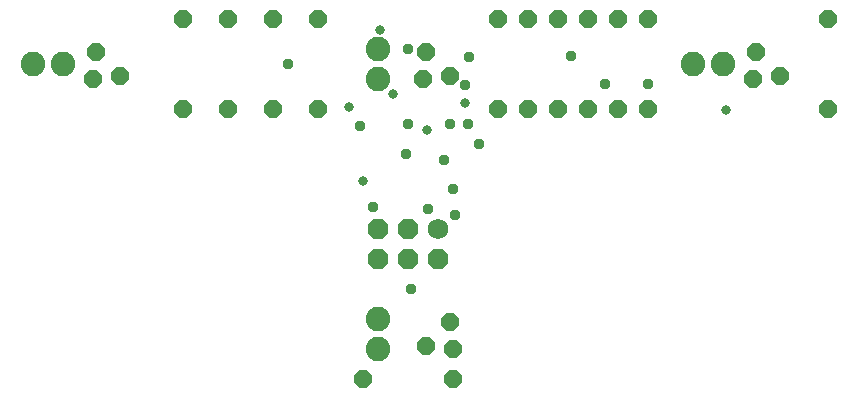
<source format=gbs>
G75*
%MOIN*%
%OFA0B0*%
%FSLAX25Y25*%
%IPPOS*%
%LPD*%
%AMOC8*
5,1,8,0,0,1.08239X$1,22.5*
%
%ADD10OC8,0.06000*%
%ADD11C,0.06800*%
%ADD12OC8,0.06800*%
%ADD13C,0.08200*%
%ADD14C,0.03778*%
%ADD15C,0.03187*%
D10*
X0167000Y0047000D03*
X0188000Y0058000D03*
X0197000Y0057000D03*
X0196000Y0066000D03*
X0197000Y0047000D03*
X0212000Y0137000D03*
X0222000Y0137000D03*
X0232000Y0137000D03*
X0242000Y0137000D03*
X0252000Y0137000D03*
X0262000Y0137000D03*
X0297000Y0147000D03*
X0306000Y0148000D03*
X0298000Y0156000D03*
X0322000Y0167000D03*
X0322000Y0137000D03*
X0262000Y0167000D03*
X0252000Y0167000D03*
X0242000Y0167000D03*
X0232000Y0167000D03*
X0222000Y0167000D03*
X0212000Y0167000D03*
X0188000Y0156000D03*
X0196000Y0148000D03*
X0187000Y0147000D03*
X0152000Y0137000D03*
X0137000Y0137000D03*
X0122000Y0137000D03*
X0107000Y0137000D03*
X0086000Y0148000D03*
X0077000Y0147000D03*
X0078000Y0156000D03*
X0107000Y0167000D03*
X0122000Y0167000D03*
X0137000Y0167000D03*
X0152000Y0167000D03*
D11*
X0192000Y0097000D03*
D12*
X0182000Y0097000D03*
X0172000Y0097000D03*
X0172000Y0087000D03*
X0182000Y0087000D03*
X0192000Y0087000D03*
D13*
X0172000Y0067000D03*
X0172000Y0057000D03*
X0172000Y0147000D03*
X0172000Y0157000D03*
X0067000Y0152000D03*
X0057000Y0152000D03*
X0277000Y0152000D03*
X0287000Y0152000D03*
D14*
X0262200Y0145400D03*
X0247800Y0145400D03*
X0236500Y0154611D03*
X0202500Y0154200D03*
X0201047Y0145015D03*
X0202000Y0132000D03*
X0196178Y0132000D03*
X0205833Y0125362D03*
X0194119Y0119892D03*
X0181552Y0122021D03*
X0166100Y0131400D03*
X0182000Y0132000D03*
X0142000Y0152000D03*
X0182000Y0157000D03*
X0197108Y0110100D03*
X0188700Y0103500D03*
X0197797Y0101515D03*
X0170400Y0104300D03*
X0183000Y0077000D03*
D15*
X0167100Y0112900D03*
X0188500Y0130000D03*
X0201100Y0139000D03*
X0177000Y0142000D03*
X0162400Y0137500D03*
X0172800Y0163300D03*
X0288000Y0136700D03*
M02*

</source>
